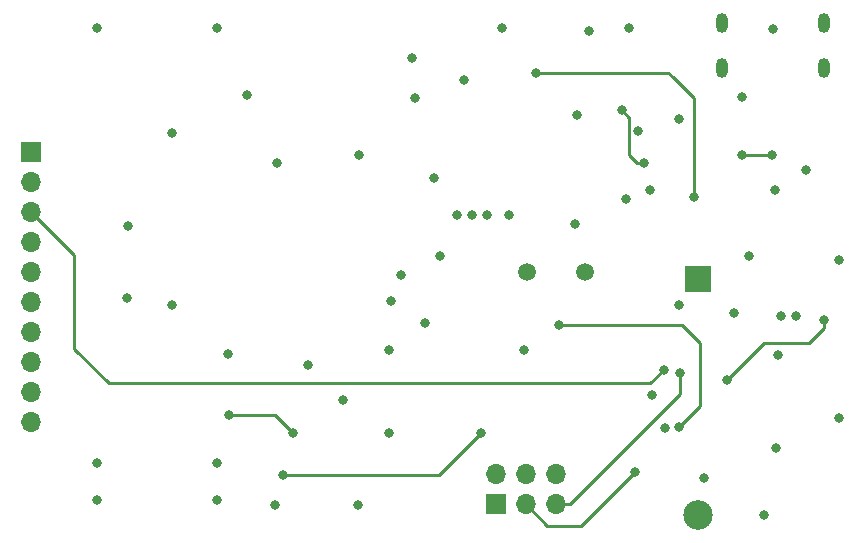
<source format=gbr>
%TF.GenerationSoftware,KiCad,Pcbnew,(6.0.2)*%
%TF.CreationDate,2023-05-20T08:16:15+01:00*%
%TF.ProjectId,Main Board,4d61696e-2042-46f6-9172-642e6b696361,rev?*%
%TF.SameCoordinates,Original*%
%TF.FileFunction,Copper,L4,Bot*%
%TF.FilePolarity,Positive*%
%FSLAX46Y46*%
G04 Gerber Fmt 4.6, Leading zero omitted, Abs format (unit mm)*
G04 Created by KiCad (PCBNEW (6.0.2)) date 2023-05-20 08:16:15*
%MOMM*%
%LPD*%
G01*
G04 APERTURE LIST*
%TA.AperFunction,WasherPad*%
%ADD10O,1.000000X1.700000*%
%TD*%
%TA.AperFunction,ComponentPad*%
%ADD11R,1.700000X1.700000*%
%TD*%
%TA.AperFunction,ComponentPad*%
%ADD12O,1.700000X1.700000*%
%TD*%
%TA.AperFunction,ComponentPad*%
%ADD13C,1.500000*%
%TD*%
%TA.AperFunction,ComponentPad*%
%ADD14R,2.170000X2.170000*%
%TD*%
%TA.AperFunction,ComponentPad*%
%ADD15C,2.500000*%
%TD*%
%TA.AperFunction,ViaPad*%
%ADD16C,0.800000*%
%TD*%
%TA.AperFunction,Conductor*%
%ADD17C,0.350000*%
%TD*%
%TA.AperFunction,Conductor*%
%ADD18C,0.250000*%
%TD*%
G04 APERTURE END LIST*
D10*
%TO.P,U1,*%
%TO.N,*%
X174837233Y-75772233D03*
X183477233Y-75772233D03*
X174837233Y-71972233D03*
X183477233Y-71972233D03*
%TD*%
D11*
%TO.P,J2,1,Pin_1*%
%TO.N,MOSI*%
X155682233Y-112727233D03*
D12*
%TO.P,J2,2,Pin_2*%
%TO.N,+3V3*%
X155682233Y-110187233D03*
%TO.P,J2,3,Pin_3*%
%TO.N,CLK*%
X158222233Y-112727233D03*
%TO.P,J2,4,Pin_4*%
%TO.N,MISO*%
X158222233Y-110187233D03*
%TO.P,J2,5,Pin_5*%
%TO.N,RESET*%
X160762233Y-112727233D03*
%TO.P,J2,6,Pin_6*%
%TO.N,GND*%
X160762233Y-110187233D03*
%TD*%
D13*
%TO.P,Y1,1,1*%
%TO.N,/XTAL1*%
X163212233Y-93042233D03*
%TO.P,Y1,2,2*%
%TO.N,/XTAL2*%
X158332233Y-93042233D03*
%TD*%
D11*
%TO.P,J3,1,Pin_1*%
%TO.N,+170VDC*%
X116312233Y-82882233D03*
D12*
%TO.P,J3,2,Pin_2*%
%TO.N,GND*%
X116312233Y-85422233D03*
%TO.P,J3,3,Pin_3*%
%TO.N,CONFIG*%
X116312233Y-87962233D03*
%TO.P,J3,4,Pin_4*%
%TO.N,+12V*%
X116312233Y-90502233D03*
%TO.P,J3,5,Pin_5*%
%TO.N,POLARITY_COND*%
X116312233Y-93042233D03*
%TO.P,J3,6,Pin_6*%
%TO.N,SHIFT_CLK_COND*%
X116312233Y-95582233D03*
%TO.P,J3,7,Pin_7*%
%TO.N,LATCH_EN_COND*%
X116312233Y-98122233D03*
%TO.P,J3,8,Pin_8*%
%TO.N,DATA_IN_COND*%
X116312233Y-100662233D03*
%TO.P,J3,9,Pin_9*%
%TO.N,BLANKING_COND*%
X116312233Y-103202233D03*
%TO.P,J3,10,Pin_10*%
%TO.N,GND*%
X116312233Y-105742233D03*
%TD*%
D14*
%TO.P,BAT1,Neg*%
%TO.N,GND*%
X172827233Y-93677233D03*
D15*
%TO.P,BAT1,Pos*%
%TO.N,Net-(BAT1-PadPos)*%
X172827233Y-113677233D03*
%TD*%
D16*
%TO.N,GND*%
X124460000Y-95250000D03*
%TO.N,/VBUS*%
X154940000Y-88265000D03*
X153670000Y-88265000D03*
X152400000Y-88265000D03*
%TO.N,GND*%
X170053000Y-106299000D03*
X149733000Y-97409000D03*
X121920000Y-109220000D03*
X175895000Y-96520000D03*
X146685000Y-99695000D03*
X184785000Y-105410000D03*
X134620000Y-78105000D03*
X139827000Y-100965000D03*
X167005000Y-72390000D03*
X162433000Y-89027000D03*
X158115000Y-99695000D03*
X147701000Y-93345000D03*
X132080000Y-72390000D03*
X137160000Y-83820000D03*
X128270000Y-81280000D03*
X132080000Y-112395000D03*
X156210000Y-72390000D03*
X121920000Y-112395000D03*
X132991517Y-99997767D03*
X179197000Y-72517000D03*
X162560000Y-79756000D03*
X179451000Y-107950000D03*
X179832000Y-96774000D03*
X163576000Y-72644000D03*
X173355000Y-110490000D03*
X150495000Y-85090000D03*
X151003000Y-91694000D03*
X124587000Y-89154000D03*
X144145000Y-83185000D03*
X178435000Y-113665000D03*
X128270000Y-95885000D03*
X184785000Y-92075000D03*
X144018000Y-112776000D03*
X156845000Y-88265000D03*
X148590000Y-74930000D03*
X121920000Y-72390000D03*
X146685000Y-106680000D03*
X153035000Y-76835000D03*
X168783000Y-86106000D03*
X132080000Y-109220000D03*
X179578000Y-100076000D03*
X137033000Y-112776000D03*
X168910000Y-103505000D03*
X179324000Y-86106000D03*
%TO.N,Net-(BAT1-PadPos)*%
X181102000Y-96774000D03*
%TO.N,+3V3*%
X181991000Y-84455000D03*
X166751000Y-86868000D03*
X171196000Y-95885000D03*
X142748000Y-103886000D03*
X177165000Y-91694000D03*
X171196000Y-80137000D03*
X167767000Y-81153000D03*
%TO.N,+12V*%
X172481733Y-86741000D03*
X159131000Y-76200000D03*
X148844000Y-78359000D03*
X146812000Y-95504000D03*
%TO.N,CLK*%
X167513000Y-109982000D03*
%TO.N,RESET*%
X171323000Y-101600000D03*
%TO.N,SHIFT_CLK_COND*%
X138557000Y-106680000D03*
X133096000Y-105156000D03*
%TO.N,CONFIG*%
X169926000Y-101346000D03*
%TO.N,/VBUS_FET_EN*%
X166370000Y-79375000D03*
X168275000Y-83820000D03*
%TO.N,SCL*%
X183515000Y-97155000D03*
X175260000Y-102235000D03*
%TO.N,SHDN*%
X161036000Y-97536000D03*
X171196000Y-106172000D03*
%TO.N,/CC1*%
X176530000Y-83185000D03*
X179070000Y-83185000D03*
%TO.N,DATA_IN*%
X154432000Y-106680000D03*
X137668000Y-110236000D03*
%TO.N,/VBUS*%
X176530000Y-78232000D03*
%TD*%
D17*
%TO.N,+12V*%
X159131000Y-76200000D02*
X159385000Y-76200000D01*
D18*
X170688000Y-76581000D02*
X172481733Y-78374733D01*
X172481733Y-78374733D02*
X172481733Y-86741000D01*
X159385000Y-76200000D02*
X164338000Y-76200000D01*
X170307000Y-76200000D02*
X170688000Y-76581000D01*
X164338000Y-76200000D02*
X170307000Y-76200000D01*
%TO.N,CLK*%
X158222233Y-112727233D02*
X160049000Y-114554000D01*
X162941000Y-114554000D02*
X167513000Y-109982000D01*
X160049000Y-114554000D02*
X161290000Y-114554000D01*
X161290000Y-114554000D02*
X162941000Y-114554000D01*
%TO.N,RESET*%
X160762233Y-112727233D02*
X161973767Y-112727233D01*
X161973767Y-112727233D02*
X171323000Y-103378000D01*
X171323000Y-103378000D02*
X171323000Y-101600000D01*
%TO.N,SHIFT_CLK_COND*%
X138557000Y-106680000D02*
X137033000Y-105156000D01*
X137033000Y-105156000D02*
X133096000Y-105156000D01*
%TO.N,CONFIG*%
X120015000Y-99568000D02*
X122936000Y-102489000D01*
X133604000Y-102489000D02*
X168783000Y-102489000D01*
X116312233Y-87962233D02*
X120015000Y-91665000D01*
X168783000Y-102489000D02*
X169926000Y-101346000D01*
X120015000Y-91665000D02*
X120015000Y-99568000D01*
X122936000Y-102489000D02*
X133604000Y-102489000D01*
%TO.N,/VBUS_FET_EN*%
X167005000Y-80010000D02*
X166370000Y-79375000D01*
X168275000Y-83820000D02*
X167640000Y-83820000D01*
X167005000Y-83185000D02*
X167005000Y-80010000D01*
X167640000Y-83820000D02*
X167005000Y-83185000D01*
%TO.N,SCL*%
X175260000Y-102235000D02*
X178435000Y-99060000D01*
X178435000Y-99060000D02*
X182245000Y-99060000D01*
X183515000Y-97790000D02*
X183515000Y-97155000D01*
X182245000Y-99060000D02*
X183515000Y-97790000D01*
%TO.N,SHDN*%
X172974000Y-104394000D02*
X171196000Y-106172000D01*
X172974000Y-99060000D02*
X172974000Y-104394000D01*
X161036000Y-97536000D02*
X171450000Y-97536000D01*
X171450000Y-97536000D02*
X172974000Y-99060000D01*
%TO.N,/CC1*%
X179070000Y-83185000D02*
X176530000Y-83185000D01*
%TO.N,DATA_IN*%
X150876000Y-110236000D02*
X137668000Y-110236000D01*
X154432000Y-106680000D02*
X150876000Y-110236000D01*
%TD*%
M02*

</source>
